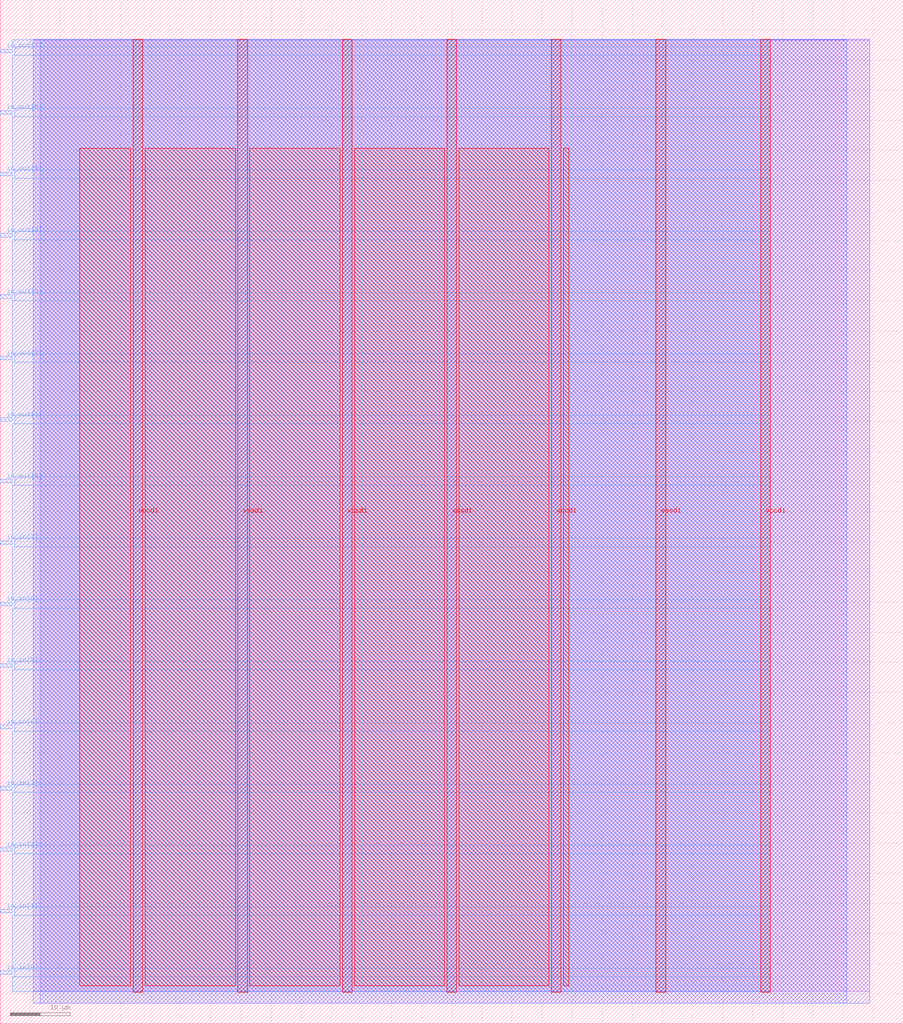
<source format=lef>
VERSION 5.7 ;
  NOWIREEXTENSIONATPIN ON ;
  DIVIDERCHAR "/" ;
  BUSBITCHARS "[]" ;
MACRO tomkeddie_top_tto
  CLASS BLOCK ;
  FOREIGN tomkeddie_top_tto ;
  ORIGIN 0.000 0.000 ;
  SIZE 150.000 BY 170.000 ;
  PIN io_in[0]
    DIRECTION INPUT ;
    USE SIGNAL ;
    PORT
      LAYER met3 ;
        RECT 0.000 8.200 2.000 8.800 ;
    END
  END io_in[0]
  PIN io_in[1]
    DIRECTION INPUT ;
    USE SIGNAL ;
    PORT
      LAYER met3 ;
        RECT 0.000 18.400 2.000 19.000 ;
    END
  END io_in[1]
  PIN io_in[2]
    DIRECTION INPUT ;
    USE SIGNAL ;
    PORT
      LAYER met3 ;
        RECT 0.000 28.600 2.000 29.200 ;
    END
  END io_in[2]
  PIN io_in[3]
    DIRECTION INPUT ;
    USE SIGNAL ;
    PORT
      LAYER met3 ;
        RECT 0.000 38.800 2.000 39.400 ;
    END
  END io_in[3]
  PIN io_in[4]
    DIRECTION INPUT ;
    USE SIGNAL ;
    PORT
      LAYER met3 ;
        RECT 0.000 49.000 2.000 49.600 ;
    END
  END io_in[4]
  PIN io_in[5]
    DIRECTION INPUT ;
    USE SIGNAL ;
    PORT
      LAYER met3 ;
        RECT 0.000 59.200 2.000 59.800 ;
    END
  END io_in[5]
  PIN io_in[6]
    DIRECTION INPUT ;
    USE SIGNAL ;
    PORT
      LAYER met3 ;
        RECT 0.000 69.400 2.000 70.000 ;
    END
  END io_in[6]
  PIN io_in[7]
    DIRECTION INPUT ;
    USE SIGNAL ;
    PORT
      LAYER met3 ;
        RECT 0.000 79.600 2.000 80.200 ;
    END
  END io_in[7]
  PIN io_out[0]
    DIRECTION OUTPUT TRISTATE ;
    USE SIGNAL ;
    PORT
      LAYER met3 ;
        RECT 0.000 89.800 2.000 90.400 ;
    END
  END io_out[0]
  PIN io_out[1]
    DIRECTION OUTPUT TRISTATE ;
    USE SIGNAL ;
    PORT
      LAYER met3 ;
        RECT 0.000 100.000 2.000 100.600 ;
    END
  END io_out[1]
  PIN io_out[2]
    DIRECTION OUTPUT TRISTATE ;
    USE SIGNAL ;
    PORT
      LAYER met3 ;
        RECT 0.000 110.200 2.000 110.800 ;
    END
  END io_out[2]
  PIN io_out[3]
    DIRECTION OUTPUT TRISTATE ;
    USE SIGNAL ;
    PORT
      LAYER met3 ;
        RECT 0.000 120.400 2.000 121.000 ;
    END
  END io_out[3]
  PIN io_out[4]
    DIRECTION OUTPUT TRISTATE ;
    USE SIGNAL ;
    PORT
      LAYER met3 ;
        RECT 0.000 130.600 2.000 131.200 ;
    END
  END io_out[4]
  PIN io_out[5]
    DIRECTION OUTPUT TRISTATE ;
    USE SIGNAL ;
    PORT
      LAYER met3 ;
        RECT 0.000 140.800 2.000 141.400 ;
    END
  END io_out[5]
  PIN io_out[6]
    DIRECTION OUTPUT TRISTATE ;
    USE SIGNAL ;
    PORT
      LAYER met3 ;
        RECT 0.000 151.000 2.000 151.600 ;
    END
  END io_out[6]
  PIN io_out[7]
    DIRECTION OUTPUT TRISTATE ;
    USE SIGNAL ;
    PORT
      LAYER met3 ;
        RECT 0.000 161.200 2.000 161.800 ;
    END
  END io_out[7]
  PIN vccd1
    DIRECTION INOUT ;
    USE POWER ;
    PORT
      LAYER met4 ;
        RECT 22.090 5.200 23.690 163.440 ;
    END
    PORT
      LAYER met4 ;
        RECT 56.830 5.200 58.430 163.440 ;
    END
    PORT
      LAYER met4 ;
        RECT 91.570 5.200 93.170 163.440 ;
    END
    PORT
      LAYER met4 ;
        RECT 126.310 5.200 127.910 163.440 ;
    END
  END vccd1
  PIN vssd1
    DIRECTION INOUT ;
    USE GROUND ;
    PORT
      LAYER met4 ;
        RECT 39.460 5.200 41.060 163.440 ;
    END
    PORT
      LAYER met4 ;
        RECT 74.200 5.200 75.800 163.440 ;
    END
    PORT
      LAYER met4 ;
        RECT 108.940 5.200 110.540 163.440 ;
    END
  END vssd1
  OBS
      LAYER li1 ;
        RECT 5.520 5.355 144.440 163.285 ;
      LAYER met1 ;
        RECT 5.520 3.440 144.440 163.440 ;
      LAYER met2 ;
        RECT 6.600 3.410 140.660 163.385 ;
      LAYER met3 ;
        RECT 2.000 162.200 127.900 163.365 ;
        RECT 2.400 160.800 127.900 162.200 ;
        RECT 2.000 152.000 127.900 160.800 ;
        RECT 2.400 150.600 127.900 152.000 ;
        RECT 2.000 141.800 127.900 150.600 ;
        RECT 2.400 140.400 127.900 141.800 ;
        RECT 2.000 131.600 127.900 140.400 ;
        RECT 2.400 130.200 127.900 131.600 ;
        RECT 2.000 121.400 127.900 130.200 ;
        RECT 2.400 120.000 127.900 121.400 ;
        RECT 2.000 111.200 127.900 120.000 ;
        RECT 2.400 109.800 127.900 111.200 ;
        RECT 2.000 101.000 127.900 109.800 ;
        RECT 2.400 99.600 127.900 101.000 ;
        RECT 2.000 90.800 127.900 99.600 ;
        RECT 2.400 89.400 127.900 90.800 ;
        RECT 2.000 80.600 127.900 89.400 ;
        RECT 2.400 79.200 127.900 80.600 ;
        RECT 2.000 70.400 127.900 79.200 ;
        RECT 2.400 69.000 127.900 70.400 ;
        RECT 2.000 60.200 127.900 69.000 ;
        RECT 2.400 58.800 127.900 60.200 ;
        RECT 2.000 50.000 127.900 58.800 ;
        RECT 2.400 48.600 127.900 50.000 ;
        RECT 2.000 39.800 127.900 48.600 ;
        RECT 2.400 38.400 127.900 39.800 ;
        RECT 2.000 29.600 127.900 38.400 ;
        RECT 2.400 28.200 127.900 29.600 ;
        RECT 2.000 19.400 127.900 28.200 ;
        RECT 2.400 18.000 127.900 19.400 ;
        RECT 2.000 9.200 127.900 18.000 ;
        RECT 2.400 7.800 127.900 9.200 ;
        RECT 2.000 5.275 127.900 7.800 ;
      LAYER met4 ;
        RECT 13.175 6.295 21.690 145.345 ;
        RECT 24.090 6.295 39.060 145.345 ;
        RECT 41.460 6.295 56.430 145.345 ;
        RECT 58.830 6.295 73.800 145.345 ;
        RECT 76.200 6.295 91.170 145.345 ;
        RECT 93.570 6.295 94.465 145.345 ;
  END
END tomkeddie_top_tto
END LIBRARY


</source>
